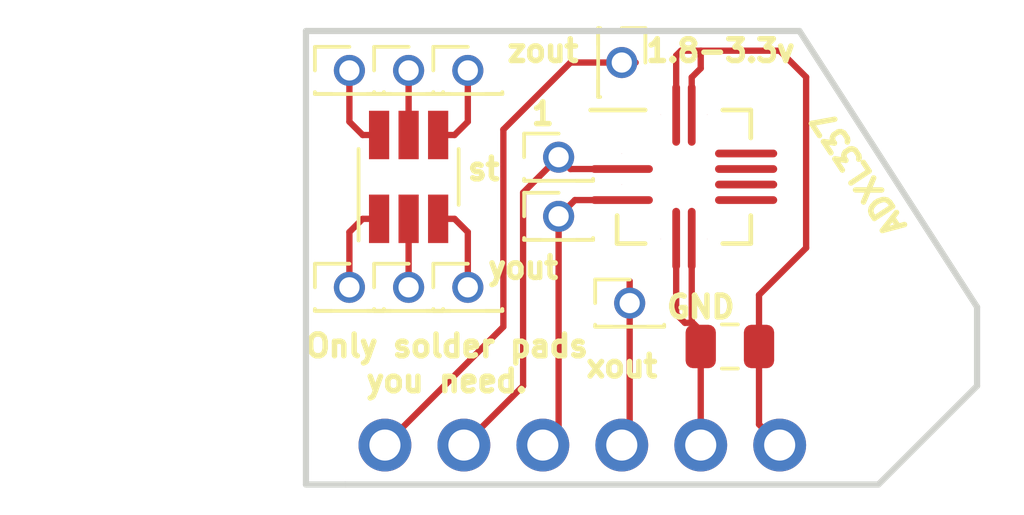
<source format=kicad_pcb>
(kicad_pcb (version 20171130) (host pcbnew 5.0.2+dfsg1-1~bpo9+1)

  (general
    (thickness 1.6002)
    (drawings 16)
    (tracks 52)
    (zones 0)
    (modules 21)
    (nets 1)
  )

  (page User 150.012 200)
  (title_block
    (title High-density-proto-board)
    (date "12 Jun 2014")
    (rev 0.10.a)
    (company "2014 - blog.spitzenpfeil.org")
  )

  (layers
    (0 Front signal)
    (31 Back signal)
    (36 B.SilkS user)
    (37 F.SilkS user)
    (38 B.Mask user)
    (39 F.Mask user)
    (44 Edge.Cuts user)
  )

  (setup
    (last_trace_width 0.4064)
    (user_trace_width 0.2032)
    (user_trace_width 0.3048)
    (user_trace_width 0.4064)
    (user_trace_width 0.508)
    (user_trace_width 0.762)
    (user_trace_width 1.016)
    (user_trace_width 1.27)
    (trace_clearance 0.2032)
    (zone_clearance 0.25)
    (zone_45_only no)
    (trace_min 0.2032)
    (segment_width 0.2)
    (edge_width 0.2)
    (via_size 0.635)
    (via_drill 0.3302)
    (via_min_size 0.635)
    (via_min_drill 0.3302)
    (uvia_size 0.508)
    (uvia_drill 0.127)
    (uvias_allowed no)
    (uvia_min_size 0.508)
    (uvia_min_drill 0.127)
    (pcb_text_width 0.2)
    (pcb_text_size 1 1)
    (mod_edge_width 0.2)
    (mod_text_size 1 1)
    (mod_text_width 0.2)
    (pad_size 0.01 0.01)
    (pad_drill 0)
    (pad_to_mask_clearance 0)
    (solder_mask_min_width 0.25)
    (aux_axis_origin 0 0)
    (visible_elements 7FFFFF7F)
    (pcbplotparams
      (layerselection 0x010f0_ffffffff)
      (usegerberextensions true)
      (usegerberattributes false)
      (usegerberadvancedattributes false)
      (creategerberjobfile false)
      (excludeedgelayer true)
      (linewidth 0.150000)
      (plotframeref false)
      (viasonmask false)
      (mode 1)
      (useauxorigin false)
      (hpglpennumber 1)
      (hpglpenspeed 20)
      (hpglpendiameter 15.000000)
      (psnegative false)
      (psa4output false)
      (plotreference true)
      (plotvalue true)
      (plotinvisibletext false)
      (padsonsilk false)
      (subtractmaskfromsilk true)
      (outputformat 1)
      (mirror false)
      (drillshape 0)
      (scaleselection 1)
      (outputdirectory "gerbers_rev1/"))
  )

  (net 0 "")

  (net_class Default "This is the default net class."
    (clearance 0.2032)
    (trace_width 0.4064)
    (via_dia 0.635)
    (via_drill 0.3302)
    (uvia_dia 0.508)
    (uvia_drill 0.127)
  )

  (module footprints:PinHeader_1x01_EDIT (layer Front) (tedit 5E955CE5) (tstamp 5E9573FA)
    (at 33.02 69.215)
    (descr "Through hole straight pin header, 1x01, 2.54mm pitch, single row")
    (tags "Through hole pin header THT 1x01 2.54mm single row")
    (fp_text reference REF** (at 0 -2.33) (layer F.SilkS) hide
      (effects (font (size 1 1) (thickness 0.15)))
    )
    (fp_text value PinHeader_1x01_P2.54mm_Vertical (at 0 2.33) (layer F.Fab)
      (effects (font (size 1 1) (thickness 0.15)))
    )
    (fp_line (start -0.635 -1.27) (end 1.27 -1.27) (layer F.Fab) (width 0.1))
    (fp_line (start 1.27 -1.27) (end 1.27 1.27) (layer F.Fab) (width 0.1))
    (fp_line (start -1.27 1.27) (end -1.27 -0.635) (layer F.Fab) (width 0.1))
    (fp_line (start -1.27 -0.635) (end -0.635 -1.27) (layer F.Fab) (width 0.1))
    (fp_line (start -1.8 -1.8) (end -1.8 1.8) (layer F.CrtYd) (width 0.05))
    (fp_line (start -1.8 1.8) (end 1.8 1.8) (layer F.CrtYd) (width 0.05))
    (fp_line (start 1.8 1.8) (end 1.8 -1.8) (layer F.CrtYd) (width 0.05))
    (fp_line (start 1.8 -1.8) (end -1.8 -1.8) (layer F.CrtYd) (width 0.05))
    (fp_text user %R (at 0 0 90) (layer F.Fab)
      (effects (font (size 1 1) (thickness 0.15)))
    )
    (pad 1 thru_hole oval (at 0 0) (size 1.7 1.7) (drill 1) (layers *.Cu *.Mask))
    (model ${KISYS3DMOD}/Connector_PinHeader_2.54mm.3dshapes/PinHeader_1x01_P2.54mm_Vertical.wrl
      (at (xyz 0 0 0))
      (scale (xyz 1 1 1))
      (rotate (xyz 0 0 0))
    )
  )

  (module footprints:PinHeader_1x01_EDIT (layer Front) (tedit 5E955CE5) (tstamp 5E9573E0)
    (at 35.56 69.215)
    (descr "Through hole straight pin header, 1x01, 2.54mm pitch, single row")
    (tags "Through hole pin header THT 1x01 2.54mm single row")
    (fp_text reference REF** (at 0 -2.33) (layer F.SilkS) hide
      (effects (font (size 1 1) (thickness 0.15)))
    )
    (fp_text value PinHeader_1x01_P2.54mm_Vertical (at 0 2.33) (layer F.Fab)
      (effects (font (size 1 1) (thickness 0.15)))
    )
    (fp_text user %R (at 0 0 90) (layer F.Fab)
      (effects (font (size 1 1) (thickness 0.15)))
    )
    (fp_line (start 1.8 -1.8) (end -1.8 -1.8) (layer F.CrtYd) (width 0.05))
    (fp_line (start 1.8 1.8) (end 1.8 -1.8) (layer F.CrtYd) (width 0.05))
    (fp_line (start -1.8 1.8) (end 1.8 1.8) (layer F.CrtYd) (width 0.05))
    (fp_line (start -1.8 -1.8) (end -1.8 1.8) (layer F.CrtYd) (width 0.05))
    (fp_line (start -1.27 -0.635) (end -0.635 -1.27) (layer F.Fab) (width 0.1))
    (fp_line (start -1.27 1.27) (end -1.27 -0.635) (layer F.Fab) (width 0.1))
    (fp_line (start 1.27 -1.27) (end 1.27 1.27) (layer F.Fab) (width 0.1))
    (fp_line (start -0.635 -1.27) (end 1.27 -1.27) (layer F.Fab) (width 0.1))
    (pad 1 thru_hole oval (at 0 0) (size 1.7 1.7) (drill 1) (layers *.Cu *.Mask))
    (model ${KISYS3DMOD}/Connector_PinHeader_2.54mm.3dshapes/PinHeader_1x01_P2.54mm_Vertical.wrl
      (at (xyz 0 0 0))
      (scale (xyz 1 1 1))
      (rotate (xyz 0 0 0))
    )
  )

  (module footprints:PinHeader_1x01_EDIT (layer Front) (tedit 5E955CE5) (tstamp 5E9572D4)
    (at 45.72 69.215)
    (descr "Through hole straight pin header, 1x01, 2.54mm pitch, single row")
    (tags "Through hole pin header THT 1x01 2.54mm single row")
    (fp_text reference REF** (at 0 -2.33) (layer F.SilkS) hide
      (effects (font (size 1 1) (thickness 0.15)))
    )
    (fp_text value PinHeader_1x01_P2.54mm_Vertical (at 0 2.33) (layer F.Fab)
      (effects (font (size 1 1) (thickness 0.15)))
    )
    (fp_line (start -0.635 -1.27) (end 1.27 -1.27) (layer F.Fab) (width 0.1))
    (fp_line (start 1.27 -1.27) (end 1.27 1.27) (layer F.Fab) (width 0.1))
    (fp_line (start -1.27 1.27) (end -1.27 -0.635) (layer F.Fab) (width 0.1))
    (fp_line (start -1.27 -0.635) (end -0.635 -1.27) (layer F.Fab) (width 0.1))
    (fp_line (start -1.8 -1.8) (end -1.8 1.8) (layer F.CrtYd) (width 0.05))
    (fp_line (start -1.8 1.8) (end 1.8 1.8) (layer F.CrtYd) (width 0.05))
    (fp_line (start 1.8 1.8) (end 1.8 -1.8) (layer F.CrtYd) (width 0.05))
    (fp_line (start 1.8 -1.8) (end -1.8 -1.8) (layer F.CrtYd) (width 0.05))
    (fp_text user %R (at 0 0 90) (layer F.Fab)
      (effects (font (size 1 1) (thickness 0.15)))
    )
    (pad 1 thru_hole oval (at 0 0) (size 1.7 1.7) (drill 1) (layers *.Cu *.Mask))
    (model ${KISYS3DMOD}/Connector_PinHeader_2.54mm.3dshapes/PinHeader_1x01_P2.54mm_Vertical.wrl
      (at (xyz 0 0 0))
      (scale (xyz 1 1 1))
      (rotate (xyz 0 0 0))
    )
  )

  (module footprints:PinHeader_1x01_EDIT (layer Front) (tedit 5E955CE5) (tstamp 5E9572BA)
    (at 43.18 69.215)
    (descr "Through hole straight pin header, 1x01, 2.54mm pitch, single row")
    (tags "Through hole pin header THT 1x01 2.54mm single row")
    (fp_text reference REF** (at 0 -2.33) (layer F.SilkS) hide
      (effects (font (size 1 1) (thickness 0.15)))
    )
    (fp_text value PinHeader_1x01_P2.54mm_Vertical (at 0 2.33) (layer F.Fab)
      (effects (font (size 1 1) (thickness 0.15)))
    )
    (fp_text user %R (at 0 0 90) (layer F.Fab)
      (effects (font (size 1 1) (thickness 0.15)))
    )
    (fp_line (start 1.8 -1.8) (end -1.8 -1.8) (layer F.CrtYd) (width 0.05))
    (fp_line (start 1.8 1.8) (end 1.8 -1.8) (layer F.CrtYd) (width 0.05))
    (fp_line (start -1.8 1.8) (end 1.8 1.8) (layer F.CrtYd) (width 0.05))
    (fp_line (start -1.8 -1.8) (end -1.8 1.8) (layer F.CrtYd) (width 0.05))
    (fp_line (start -1.27 -0.635) (end -0.635 -1.27) (layer F.Fab) (width 0.1))
    (fp_line (start -1.27 1.27) (end -1.27 -0.635) (layer F.Fab) (width 0.1))
    (fp_line (start 1.27 -1.27) (end 1.27 1.27) (layer F.Fab) (width 0.1))
    (fp_line (start -0.635 -1.27) (end 1.27 -1.27) (layer F.Fab) (width 0.1))
    (pad 1 thru_hole oval (at 0 0) (size 1.7 1.7) (drill 1) (layers *.Cu *.Mask))
    (model ${KISYS3DMOD}/Connector_PinHeader_2.54mm.3dshapes/PinHeader_1x01_P2.54mm_Vertical.wrl
      (at (xyz 0 0 0))
      (scale (xyz 1 1 1))
      (rotate (xyz 0 0 0))
    )
  )

  (module footprints:PinHeader_1x01_EDIT (layer Front) (tedit 5E955CE5) (tstamp 5E9572A0)
    (at 40.64 69.215)
    (descr "Through hole straight pin header, 1x01, 2.54mm pitch, single row")
    (tags "Through hole pin header THT 1x01 2.54mm single row")
    (fp_text reference REF** (at 0 -2.33) (layer F.SilkS) hide
      (effects (font (size 1 1) (thickness 0.15)))
    )
    (fp_text value PinHeader_1x01_P2.54mm_Vertical (at 0 2.33) (layer F.Fab)
      (effects (font (size 1 1) (thickness 0.15)))
    )
    (fp_line (start -0.635 -1.27) (end 1.27 -1.27) (layer F.Fab) (width 0.1))
    (fp_line (start 1.27 -1.27) (end 1.27 1.27) (layer F.Fab) (width 0.1))
    (fp_line (start -1.27 1.27) (end -1.27 -0.635) (layer F.Fab) (width 0.1))
    (fp_line (start -1.27 -0.635) (end -0.635 -1.27) (layer F.Fab) (width 0.1))
    (fp_line (start -1.8 -1.8) (end -1.8 1.8) (layer F.CrtYd) (width 0.05))
    (fp_line (start -1.8 1.8) (end 1.8 1.8) (layer F.CrtYd) (width 0.05))
    (fp_line (start 1.8 1.8) (end 1.8 -1.8) (layer F.CrtYd) (width 0.05))
    (fp_line (start 1.8 -1.8) (end -1.8 -1.8) (layer F.CrtYd) (width 0.05))
    (fp_text user %R (at 0 0 90) (layer F.Fab)
      (effects (font (size 1 1) (thickness 0.15)))
    )
    (pad 1 thru_hole oval (at 0 0) (size 1.7 1.7) (drill 1) (layers *.Cu *.Mask))
    (model ${KISYS3DMOD}/Connector_PinHeader_2.54mm.3dshapes/PinHeader_1x01_P2.54mm_Vertical.wrl
      (at (xyz 0 0 0))
      (scale (xyz 1 1 1))
      (rotate (xyz 0 0 0))
    )
  )

  (module Connector_PinHeader_1.27mm:PinHeader_1x01_P1.27mm_Vertical (layer Front) (tedit 5E804215) (tstamp 5E977E5E)
    (at 38.608 59.944)
    (descr "Through hole straight pin header, 1x01, 1.27mm pitch, single row")
    (tags "Through hole pin header THT 1x01 1.27mm single row")
    (fp_text reference REF** (at 0 -1.695) (layer F.SilkS) hide
      (effects (font (size 1 1) (thickness 0.15)))
    )
    (fp_text value PinHeader_1x01_P1.27mm_Vertical (at 0 1.695) (layer F.Fab)
      (effects (font (size 1 1) (thickness 0.15)))
    )
    (fp_line (start -0.525 -0.635) (end 1.05 -0.635) (layer F.Fab) (width 0.1))
    (fp_line (start 1.05 -0.635) (end 1.05 0.635) (layer F.Fab) (width 0.1))
    (fp_line (start 1.05 0.635) (end -1.05 0.635) (layer F.Fab) (width 0.1))
    (fp_line (start -1.05 0.635) (end -1.05 -0.11) (layer F.Fab) (width 0.1))
    (fp_line (start -1.05 -0.11) (end -0.525 -0.635) (layer F.Fab) (width 0.1))
    (fp_line (start -1.11 0.76) (end 1.11 0.76) (layer F.SilkS) (width 0.12))
    (fp_line (start -1.11 0.76) (end -1.11 0.695) (layer F.SilkS) (width 0.12))
    (fp_line (start 1.11 0.76) (end 1.11 0.695) (layer F.SilkS) (width 0.12))
    (fp_line (start -1.11 0.76) (end -0.563471 0.76) (layer F.SilkS) (width 0.12))
    (fp_line (start 0.563471 0.76) (end 1.11 0.76) (layer F.SilkS) (width 0.12))
    (fp_line (start -1.11 0) (end -1.11 -0.76) (layer F.SilkS) (width 0.12))
    (fp_line (start -1.11 -0.76) (end 0 -0.76) (layer F.SilkS) (width 0.12))
    (fp_line (start -1.55 -1.15) (end -1.55 1.15) (layer F.CrtYd) (width 0.05))
    (fp_line (start -1.55 1.15) (end 1.55 1.15) (layer F.CrtYd) (width 0.05))
    (fp_line (start 1.55 1.15) (end 1.55 -1.15) (layer F.CrtYd) (width 0.05))
    (fp_line (start 1.55 -1.15) (end -1.55 -1.15) (layer F.CrtYd) (width 0.05))
    (fp_text user %R (at 0 0 90) (layer F.Fab)
      (effects (font (size 1 1) (thickness 0.15)))
    )
    (pad 1 thru_hole oval (at 0 0) (size 1 1) (drill 0.65) (layers *.Cu *.Mask))
    (model ${KISYS3DMOD}/Connector_PinHeader_1.27mm.3dshapes/PinHeader_1x01_P1.27mm_Vertical.wrl
      (at (xyz 0 0 0))
      (scale (xyz 1 1 1))
      (rotate (xyz 0 0 0))
    )
  )

  (module Connector_PinHeader_1.27mm:PinHeader_1x01_P1.27mm_Vertical (layer Front) (tedit 5E804215) (tstamp 5E977E2E)
    (at 40.64 56.896 270)
    (descr "Through hole straight pin header, 1x01, 1.27mm pitch, single row")
    (tags "Through hole pin header THT 1x01 1.27mm single row")
    (fp_text reference REF** (at 0 -1.695 270) (layer F.SilkS) hide
      (effects (font (size 1 1) (thickness 0.15)))
    )
    (fp_text value PinHeader_1x01_P1.27mm_Vertical (at 0 1.695 270) (layer F.Fab)
      (effects (font (size 1 1) (thickness 0.15)))
    )
    (fp_text user %R (at 0 0) (layer F.Fab)
      (effects (font (size 1 1) (thickness 0.15)))
    )
    (fp_line (start 1.55 -1.15) (end -1.55 -1.15) (layer F.CrtYd) (width 0.05))
    (fp_line (start 1.55 1.15) (end 1.55 -1.15) (layer F.CrtYd) (width 0.05))
    (fp_line (start -1.55 1.15) (end 1.55 1.15) (layer F.CrtYd) (width 0.05))
    (fp_line (start -1.55 -1.15) (end -1.55 1.15) (layer F.CrtYd) (width 0.05))
    (fp_line (start -1.11 -0.76) (end 0 -0.76) (layer F.SilkS) (width 0.12))
    (fp_line (start -1.11 0) (end -1.11 -0.76) (layer F.SilkS) (width 0.12))
    (fp_line (start 0.563471 0.76) (end 1.11 0.76) (layer F.SilkS) (width 0.12))
    (fp_line (start -1.11 0.76) (end -0.563471 0.76) (layer F.SilkS) (width 0.12))
    (fp_line (start 1.11 0.76) (end 1.11 0.695) (layer F.SilkS) (width 0.12))
    (fp_line (start -1.11 0.76) (end -1.11 0.695) (layer F.SilkS) (width 0.12))
    (fp_line (start -1.11 0.76) (end 1.11 0.76) (layer F.SilkS) (width 0.12))
    (fp_line (start -1.05 -0.11) (end -0.525 -0.635) (layer F.Fab) (width 0.1))
    (fp_line (start -1.05 0.635) (end -1.05 -0.11) (layer F.Fab) (width 0.1))
    (fp_line (start 1.05 0.635) (end -1.05 0.635) (layer F.Fab) (width 0.1))
    (fp_line (start 1.05 -0.635) (end 1.05 0.635) (layer F.Fab) (width 0.1))
    (fp_line (start -0.525 -0.635) (end 1.05 -0.635) (layer F.Fab) (width 0.1))
    (pad 1 thru_hole oval (at 0 0 270) (size 1 1) (drill 0.65) (layers *.Cu *.Mask))
    (model ${KISYS3DMOD}/Connector_PinHeader_1.27mm.3dshapes/PinHeader_1x01_P1.27mm_Vertical.wrl
      (at (xyz 0 0 0))
      (scale (xyz 1 1 1))
      (rotate (xyz 0 0 0))
    )
  )

  (module Connector_PinHeader_1.27mm:PinHeader_1x01_P1.27mm_Vertical (layer Front) (tedit 5E804215) (tstamp 5E977E04)
    (at 40.894 64.643)
    (descr "Through hole straight pin header, 1x01, 1.27mm pitch, single row")
    (tags "Through hole pin header THT 1x01 1.27mm single row")
    (fp_text reference REF** (at 0 -1.695) (layer F.SilkS) hide
      (effects (font (size 1 1) (thickness 0.15)))
    )
    (fp_text value PinHeader_1x01_P1.27mm_Vertical (at 0 1.695) (layer F.Fab)
      (effects (font (size 1 1) (thickness 0.15)))
    )
    (fp_line (start -0.525 -0.635) (end 1.05 -0.635) (layer F.Fab) (width 0.1))
    (fp_line (start 1.05 -0.635) (end 1.05 0.635) (layer F.Fab) (width 0.1))
    (fp_line (start 1.05 0.635) (end -1.05 0.635) (layer F.Fab) (width 0.1))
    (fp_line (start -1.05 0.635) (end -1.05 -0.11) (layer F.Fab) (width 0.1))
    (fp_line (start -1.05 -0.11) (end -0.525 -0.635) (layer F.Fab) (width 0.1))
    (fp_line (start -1.11 0.76) (end 1.11 0.76) (layer F.SilkS) (width 0.12))
    (fp_line (start -1.11 0.76) (end -1.11 0.695) (layer F.SilkS) (width 0.12))
    (fp_line (start 1.11 0.76) (end 1.11 0.695) (layer F.SilkS) (width 0.12))
    (fp_line (start -1.11 0.76) (end -0.563471 0.76) (layer F.SilkS) (width 0.12))
    (fp_line (start 0.563471 0.76) (end 1.11 0.76) (layer F.SilkS) (width 0.12))
    (fp_line (start -1.11 0) (end -1.11 -0.76) (layer F.SilkS) (width 0.12))
    (fp_line (start -1.11 -0.76) (end 0 -0.76) (layer F.SilkS) (width 0.12))
    (fp_line (start -1.55 -1.15) (end -1.55 1.15) (layer F.CrtYd) (width 0.05))
    (fp_line (start -1.55 1.15) (end 1.55 1.15) (layer F.CrtYd) (width 0.05))
    (fp_line (start 1.55 1.15) (end 1.55 -1.15) (layer F.CrtYd) (width 0.05))
    (fp_line (start 1.55 -1.15) (end -1.55 -1.15) (layer F.CrtYd) (width 0.05))
    (fp_text user %R (at 0 0 90) (layer F.Fab)
      (effects (font (size 1 1) (thickness 0.15)))
    )
    (pad 1 thru_hole oval (at 0 0) (size 1 1) (drill 0.65) (layers *.Cu *.Mask))
    (model ${KISYS3DMOD}/Connector_PinHeader_1.27mm.3dshapes/PinHeader_1x01_P1.27mm_Vertical.wrl
      (at (xyz 0 0 0))
      (scale (xyz 1 1 1))
      (rotate (xyz 0 0 0))
    )
  )

  (module Connector_PinHeader_1.27mm:PinHeader_1x01_P1.27mm_Vertical (layer Front) (tedit 5E804215) (tstamp 5E977DD9)
    (at 38.608 61.849)
    (descr "Through hole straight pin header, 1x01, 1.27mm pitch, single row")
    (tags "Through hole pin header THT 1x01 1.27mm single row")
    (fp_text reference REF** (at 0 -1.695) (layer F.SilkS) hide
      (effects (font (size 1 1) (thickness 0.15)))
    )
    (fp_text value PinHeader_1x01_P1.27mm_Vertical (at 0 1.695) (layer F.Fab)
      (effects (font (size 1 1) (thickness 0.15)))
    )
    (fp_line (start -0.525 -0.635) (end 1.05 -0.635) (layer F.Fab) (width 0.1))
    (fp_line (start 1.05 -0.635) (end 1.05 0.635) (layer F.Fab) (width 0.1))
    (fp_line (start 1.05 0.635) (end -1.05 0.635) (layer F.Fab) (width 0.1))
    (fp_line (start -1.05 0.635) (end -1.05 -0.11) (layer F.Fab) (width 0.1))
    (fp_line (start -1.05 -0.11) (end -0.525 -0.635) (layer F.Fab) (width 0.1))
    (fp_line (start -1.11 0.76) (end 1.11 0.76) (layer F.SilkS) (width 0.12))
    (fp_line (start -1.11 0.76) (end -1.11 0.695) (layer F.SilkS) (width 0.12))
    (fp_line (start 1.11 0.76) (end 1.11 0.695) (layer F.SilkS) (width 0.12))
    (fp_line (start -1.11 0.76) (end -0.563471 0.76) (layer F.SilkS) (width 0.12))
    (fp_line (start 0.563471 0.76) (end 1.11 0.76) (layer F.SilkS) (width 0.12))
    (fp_line (start -1.11 0) (end -1.11 -0.76) (layer F.SilkS) (width 0.12))
    (fp_line (start -1.11 -0.76) (end 0 -0.76) (layer F.SilkS) (width 0.12))
    (fp_line (start -1.55 -1.15) (end -1.55 1.15) (layer F.CrtYd) (width 0.05))
    (fp_line (start -1.55 1.15) (end 1.55 1.15) (layer F.CrtYd) (width 0.05))
    (fp_line (start 1.55 1.15) (end 1.55 -1.15) (layer F.CrtYd) (width 0.05))
    (fp_line (start 1.55 -1.15) (end -1.55 -1.15) (layer F.CrtYd) (width 0.05))
    (fp_text user %R (at 0 0 90) (layer F.Fab)
      (effects (font (size 1 1) (thickness 0.15)))
    )
    (pad 1 thru_hole oval (at 0 0) (size 1 1) (drill 0.65) (layers *.Cu *.Mask))
    (model ${KISYS3DMOD}/Connector_PinHeader_1.27mm.3dshapes/PinHeader_1x01_P1.27mm_Vertical.wrl
      (at (xyz 0 0 0))
      (scale (xyz 1 1 1))
      (rotate (xyz 0 0 0))
    )
  )

  (module Connector_PinHeader_1.27mm:PinHeader_1x01_P1.27mm_Vertical (layer Front) (tedit 5E804215) (tstamp 5E958158)
    (at 35.687 57.15)
    (descr "Through hole straight pin header, 1x01, 1.27mm pitch, single row")
    (tags "Through hole pin header THT 1x01 1.27mm single row")
    (fp_text reference REF** (at 0 -1.695) (layer F.SilkS) hide
      (effects (font (size 1 1) (thickness 0.15)))
    )
    (fp_text value PinHeader_1x01_P1.27mm_Vertical (at 0 1.695) (layer F.Fab)
      (effects (font (size 1 1) (thickness 0.15)))
    )
    (fp_text user %R (at 0 0 90) (layer F.Fab)
      (effects (font (size 1 1) (thickness 0.15)))
    )
    (fp_line (start 1.55 -1.15) (end -1.55 -1.15) (layer F.CrtYd) (width 0.05))
    (fp_line (start 1.55 1.15) (end 1.55 -1.15) (layer F.CrtYd) (width 0.05))
    (fp_line (start -1.55 1.15) (end 1.55 1.15) (layer F.CrtYd) (width 0.05))
    (fp_line (start -1.55 -1.15) (end -1.55 1.15) (layer F.CrtYd) (width 0.05))
    (fp_line (start -1.11 -0.76) (end 0 -0.76) (layer F.SilkS) (width 0.12))
    (fp_line (start -1.11 0) (end -1.11 -0.76) (layer F.SilkS) (width 0.12))
    (fp_line (start 0.563471 0.76) (end 1.11 0.76) (layer F.SilkS) (width 0.12))
    (fp_line (start -1.11 0.76) (end -0.563471 0.76) (layer F.SilkS) (width 0.12))
    (fp_line (start 1.11 0.76) (end 1.11 0.695) (layer F.SilkS) (width 0.12))
    (fp_line (start -1.11 0.76) (end -1.11 0.695) (layer F.SilkS) (width 0.12))
    (fp_line (start -1.11 0.76) (end 1.11 0.76) (layer F.SilkS) (width 0.12))
    (fp_line (start -1.05 -0.11) (end -0.525 -0.635) (layer F.Fab) (width 0.1))
    (fp_line (start -1.05 0.635) (end -1.05 -0.11) (layer F.Fab) (width 0.1))
    (fp_line (start 1.05 0.635) (end -1.05 0.635) (layer F.Fab) (width 0.1))
    (fp_line (start 1.05 -0.635) (end 1.05 0.635) (layer F.Fab) (width 0.1))
    (fp_line (start -0.525 -0.635) (end 1.05 -0.635) (layer F.Fab) (width 0.1))
    (pad 1 thru_hole oval (at 0 0) (size 1 1) (drill 0.65) (layers *.Cu *.Mask))
    (model ${KISYS3DMOD}/Connector_PinHeader_1.27mm.3dshapes/PinHeader_1x01_P1.27mm_Vertical.wrl
      (at (xyz 0 0 0))
      (scale (xyz 1 1 1))
      (rotate (xyz 0 0 0))
    )
  )

  (module Connector_PinHeader_1.27mm:PinHeader_1x01_P1.27mm_Vertical (layer Front) (tedit 5E804215) (tstamp 5E95812E)
    (at 33.782 57.15)
    (descr "Through hole straight pin header, 1x01, 1.27mm pitch, single row")
    (tags "Through hole pin header THT 1x01 1.27mm single row")
    (fp_text reference REF** (at 0 -1.695) (layer F.SilkS) hide
      (effects (font (size 1 1) (thickness 0.15)))
    )
    (fp_text value PinHeader_1x01_P1.27mm_Vertical (at 0 1.695) (layer F.Fab)
      (effects (font (size 1 1) (thickness 0.15)))
    )
    (fp_line (start -0.525 -0.635) (end 1.05 -0.635) (layer F.Fab) (width 0.1))
    (fp_line (start 1.05 -0.635) (end 1.05 0.635) (layer F.Fab) (width 0.1))
    (fp_line (start 1.05 0.635) (end -1.05 0.635) (layer F.Fab) (width 0.1))
    (fp_line (start -1.05 0.635) (end -1.05 -0.11) (layer F.Fab) (width 0.1))
    (fp_line (start -1.05 -0.11) (end -0.525 -0.635) (layer F.Fab) (width 0.1))
    (fp_line (start -1.11 0.76) (end 1.11 0.76) (layer F.SilkS) (width 0.12))
    (fp_line (start -1.11 0.76) (end -1.11 0.695) (layer F.SilkS) (width 0.12))
    (fp_line (start 1.11 0.76) (end 1.11 0.695) (layer F.SilkS) (width 0.12))
    (fp_line (start -1.11 0.76) (end -0.563471 0.76) (layer F.SilkS) (width 0.12))
    (fp_line (start 0.563471 0.76) (end 1.11 0.76) (layer F.SilkS) (width 0.12))
    (fp_line (start -1.11 0) (end -1.11 -0.76) (layer F.SilkS) (width 0.12))
    (fp_line (start -1.11 -0.76) (end 0 -0.76) (layer F.SilkS) (width 0.12))
    (fp_line (start -1.55 -1.15) (end -1.55 1.15) (layer F.CrtYd) (width 0.05))
    (fp_line (start -1.55 1.15) (end 1.55 1.15) (layer F.CrtYd) (width 0.05))
    (fp_line (start 1.55 1.15) (end 1.55 -1.15) (layer F.CrtYd) (width 0.05))
    (fp_line (start 1.55 -1.15) (end -1.55 -1.15) (layer F.CrtYd) (width 0.05))
    (fp_text user %R (at 0 0 90) (layer F.Fab)
      (effects (font (size 1 1) (thickness 0.15)))
    )
    (pad 1 thru_hole oval (at 0 0) (size 1 1) (drill 0.65) (layers *.Cu *.Mask))
    (model ${KISYS3DMOD}/Connector_PinHeader_1.27mm.3dshapes/PinHeader_1x01_P1.27mm_Vertical.wrl
      (at (xyz 0 0 0))
      (scale (xyz 1 1 1))
      (rotate (xyz 0 0 0))
    )
  )

  (module Connector_PinHeader_1.27mm:PinHeader_1x01_P1.27mm_Vertical (layer Front) (tedit 5E804215) (tstamp 5E958104)
    (at 31.877 57.15)
    (descr "Through hole straight pin header, 1x01, 1.27mm pitch, single row")
    (tags "Through hole pin header THT 1x01 1.27mm single row")
    (fp_text reference REF** (at 0 -1.695) (layer F.SilkS) hide
      (effects (font (size 1 1) (thickness 0.15)))
    )
    (fp_text value PinHeader_1x01_P1.27mm_Vertical (at 0 1.695) (layer F.Fab)
      (effects (font (size 1 1) (thickness 0.15)))
    )
    (fp_text user %R (at 0 0 90) (layer F.Fab)
      (effects (font (size 1 1) (thickness 0.15)))
    )
    (fp_line (start 1.55 -1.15) (end -1.55 -1.15) (layer F.CrtYd) (width 0.05))
    (fp_line (start 1.55 1.15) (end 1.55 -1.15) (layer F.CrtYd) (width 0.05))
    (fp_line (start -1.55 1.15) (end 1.55 1.15) (layer F.CrtYd) (width 0.05))
    (fp_line (start -1.55 -1.15) (end -1.55 1.15) (layer F.CrtYd) (width 0.05))
    (fp_line (start -1.11 -0.76) (end 0 -0.76) (layer F.SilkS) (width 0.12))
    (fp_line (start -1.11 0) (end -1.11 -0.76) (layer F.SilkS) (width 0.12))
    (fp_line (start 0.563471 0.76) (end 1.11 0.76) (layer F.SilkS) (width 0.12))
    (fp_line (start -1.11 0.76) (end -0.563471 0.76) (layer F.SilkS) (width 0.12))
    (fp_line (start 1.11 0.76) (end 1.11 0.695) (layer F.SilkS) (width 0.12))
    (fp_line (start -1.11 0.76) (end -1.11 0.695) (layer F.SilkS) (width 0.12))
    (fp_line (start -1.11 0.76) (end 1.11 0.76) (layer F.SilkS) (width 0.12))
    (fp_line (start -1.05 -0.11) (end -0.525 -0.635) (layer F.Fab) (width 0.1))
    (fp_line (start -1.05 0.635) (end -1.05 -0.11) (layer F.Fab) (width 0.1))
    (fp_line (start 1.05 0.635) (end -1.05 0.635) (layer F.Fab) (width 0.1))
    (fp_line (start 1.05 -0.635) (end 1.05 0.635) (layer F.Fab) (width 0.1))
    (fp_line (start -0.525 -0.635) (end 1.05 -0.635) (layer F.Fab) (width 0.1))
    (pad 1 thru_hole oval (at 0 0) (size 1 1) (drill 0.65) (layers *.Cu *.Mask))
    (model ${KISYS3DMOD}/Connector_PinHeader_1.27mm.3dshapes/PinHeader_1x01_P1.27mm_Vertical.wrl
      (at (xyz 0 0 0))
      (scale (xyz 1 1 1))
      (rotate (xyz 0 0 0))
    )
  )

  (module Connector_PinHeader_1.27mm:PinHeader_1x01_P1.27mm_Vertical (layer Front) (tedit 5E804215) (tstamp 5E9580D9)
    (at 35.687 64.135)
    (descr "Through hole straight pin header, 1x01, 1.27mm pitch, single row")
    (tags "Through hole pin header THT 1x01 1.27mm single row")
    (fp_text reference REF** (at 0 -1.695) (layer F.SilkS) hide
      (effects (font (size 1 1) (thickness 0.15)))
    )
    (fp_text value PinHeader_1x01_P1.27mm_Vertical (at 0 1.695) (layer F.Fab)
      (effects (font (size 1 1) (thickness 0.15)))
    )
    (fp_line (start -0.525 -0.635) (end 1.05 -0.635) (layer F.Fab) (width 0.1))
    (fp_line (start 1.05 -0.635) (end 1.05 0.635) (layer F.Fab) (width 0.1))
    (fp_line (start 1.05 0.635) (end -1.05 0.635) (layer F.Fab) (width 0.1))
    (fp_line (start -1.05 0.635) (end -1.05 -0.11) (layer F.Fab) (width 0.1))
    (fp_line (start -1.05 -0.11) (end -0.525 -0.635) (layer F.Fab) (width 0.1))
    (fp_line (start -1.11 0.76) (end 1.11 0.76) (layer F.SilkS) (width 0.12))
    (fp_line (start -1.11 0.76) (end -1.11 0.695) (layer F.SilkS) (width 0.12))
    (fp_line (start 1.11 0.76) (end 1.11 0.695) (layer F.SilkS) (width 0.12))
    (fp_line (start -1.11 0.76) (end -0.563471 0.76) (layer F.SilkS) (width 0.12))
    (fp_line (start 0.563471 0.76) (end 1.11 0.76) (layer F.SilkS) (width 0.12))
    (fp_line (start -1.11 0) (end -1.11 -0.76) (layer F.SilkS) (width 0.12))
    (fp_line (start -1.11 -0.76) (end 0 -0.76) (layer F.SilkS) (width 0.12))
    (fp_line (start -1.55 -1.15) (end -1.55 1.15) (layer F.CrtYd) (width 0.05))
    (fp_line (start -1.55 1.15) (end 1.55 1.15) (layer F.CrtYd) (width 0.05))
    (fp_line (start 1.55 1.15) (end 1.55 -1.15) (layer F.CrtYd) (width 0.05))
    (fp_line (start 1.55 -1.15) (end -1.55 -1.15) (layer F.CrtYd) (width 0.05))
    (fp_text user %R (at 0 0 90) (layer F.Fab)
      (effects (font (size 1 1) (thickness 0.15)))
    )
    (pad 1 thru_hole oval (at 0 0) (size 1 1) (drill 0.65) (layers *.Cu *.Mask))
    (model ${KISYS3DMOD}/Connector_PinHeader_1.27mm.3dshapes/PinHeader_1x01_P1.27mm_Vertical.wrl
      (at (xyz 0 0 0))
      (scale (xyz 1 1 1))
      (rotate (xyz 0 0 0))
    )
  )

  (module Connector_PinHeader_1.27mm:PinHeader_1x01_P1.27mm_Vertical (layer Front) (tedit 5E804215) (tstamp 5E9580AF)
    (at 33.782 64.135)
    (descr "Through hole straight pin header, 1x01, 1.27mm pitch, single row")
    (tags "Through hole pin header THT 1x01 1.27mm single row")
    (fp_text reference REF** (at 0 -1.695) (layer F.SilkS) hide
      (effects (font (size 1 1) (thickness 0.15)))
    )
    (fp_text value PinHeader_1x01_P1.27mm_Vertical (at 0 1.695) (layer F.Fab)
      (effects (font (size 1 1) (thickness 0.15)))
    )
    (fp_text user %R (at 0 0 90) (layer F.Fab)
      (effects (font (size 1 1) (thickness 0.15)))
    )
    (fp_line (start 1.55 -1.15) (end -1.55 -1.15) (layer F.CrtYd) (width 0.05))
    (fp_line (start 1.55 1.15) (end 1.55 -1.15) (layer F.CrtYd) (width 0.05))
    (fp_line (start -1.55 1.15) (end 1.55 1.15) (layer F.CrtYd) (width 0.05))
    (fp_line (start -1.55 -1.15) (end -1.55 1.15) (layer F.CrtYd) (width 0.05))
    (fp_line (start -1.11 -0.76) (end 0 -0.76) (layer F.SilkS) (width 0.12))
    (fp_line (start -1.11 0) (end -1.11 -0.76) (layer F.SilkS) (width 0.12))
    (fp_line (start 0.563471 0.76) (end 1.11 0.76) (layer F.SilkS) (width 0.12))
    (fp_line (start -1.11 0.76) (end -0.563471 0.76) (layer F.SilkS) (width 0.12))
    (fp_line (start 1.11 0.76) (end 1.11 0.695) (layer F.SilkS) (width 0.12))
    (fp_line (start -1.11 0.76) (end -1.11 0.695) (layer F.SilkS) (width 0.12))
    (fp_line (start -1.11 0.76) (end 1.11 0.76) (layer F.SilkS) (width 0.12))
    (fp_line (start -1.05 -0.11) (end -0.525 -0.635) (layer F.Fab) (width 0.1))
    (fp_line (start -1.05 0.635) (end -1.05 -0.11) (layer F.Fab) (width 0.1))
    (fp_line (start 1.05 0.635) (end -1.05 0.635) (layer F.Fab) (width 0.1))
    (fp_line (start 1.05 -0.635) (end 1.05 0.635) (layer F.Fab) (width 0.1))
    (fp_line (start -0.525 -0.635) (end 1.05 -0.635) (layer F.Fab) (width 0.1))
    (pad 1 thru_hole oval (at 0 0) (size 1 1) (drill 0.65) (layers *.Cu *.Mask))
    (model ${KISYS3DMOD}/Connector_PinHeader_1.27mm.3dshapes/PinHeader_1x01_P1.27mm_Vertical.wrl
      (at (xyz 0 0 0))
      (scale (xyz 1 1 1))
      (rotate (xyz 0 0 0))
    )
  )

  (module Connector_PinHeader_1.27mm:PinHeader_1x01_P1.27mm_Vertical (layer Front) (tedit 5E804215) (tstamp 5E958082)
    (at 31.877 64.135)
    (descr "Through hole straight pin header, 1x01, 1.27mm pitch, single row")
    (tags "Through hole pin header THT 1x01 1.27mm single row")
    (fp_text reference REF** (at 0 -1.695) (layer F.SilkS) hide
      (effects (font (size 1 1) (thickness 0.15)))
    )
    (fp_text value PinHeader_1x01_P1.27mm_Vertical (at 0 1.695) (layer F.Fab)
      (effects (font (size 1 1) (thickness 0.15)))
    )
    (fp_line (start -0.525 -0.635) (end 1.05 -0.635) (layer F.Fab) (width 0.1))
    (fp_line (start 1.05 -0.635) (end 1.05 0.635) (layer F.Fab) (width 0.1))
    (fp_line (start 1.05 0.635) (end -1.05 0.635) (layer F.Fab) (width 0.1))
    (fp_line (start -1.05 0.635) (end -1.05 -0.11) (layer F.Fab) (width 0.1))
    (fp_line (start -1.05 -0.11) (end -0.525 -0.635) (layer F.Fab) (width 0.1))
    (fp_line (start -1.11 0.76) (end 1.11 0.76) (layer F.SilkS) (width 0.12))
    (fp_line (start -1.11 0.76) (end -1.11 0.695) (layer F.SilkS) (width 0.12))
    (fp_line (start 1.11 0.76) (end 1.11 0.695) (layer F.SilkS) (width 0.12))
    (fp_line (start -1.11 0.76) (end -0.563471 0.76) (layer F.SilkS) (width 0.12))
    (fp_line (start 0.563471 0.76) (end 1.11 0.76) (layer F.SilkS) (width 0.12))
    (fp_line (start -1.11 0) (end -1.11 -0.76) (layer F.SilkS) (width 0.12))
    (fp_line (start -1.11 -0.76) (end 0 -0.76) (layer F.SilkS) (width 0.12))
    (fp_line (start -1.55 -1.15) (end -1.55 1.15) (layer F.CrtYd) (width 0.05))
    (fp_line (start -1.55 1.15) (end 1.55 1.15) (layer F.CrtYd) (width 0.05))
    (fp_line (start 1.55 1.15) (end 1.55 -1.15) (layer F.CrtYd) (width 0.05))
    (fp_line (start 1.55 -1.15) (end -1.55 -1.15) (layer F.CrtYd) (width 0.05))
    (fp_text user %R (at 0 0 90) (layer F.Fab)
      (effects (font (size 1 1) (thickness 0.15)))
    )
    (pad 1 thru_hole oval (at 0 0) (size 1 1) (drill 0.65) (layers *.Cu *.Mask))
    (model ${KISYS3DMOD}/Connector_PinHeader_1.27mm.3dshapes/PinHeader_1x01_P1.27mm_Vertical.wrl
      (at (xyz 0 0 0))
      (scale (xyz 1 1 1))
      (rotate (xyz 0 0 0))
    )
  )

  (module MountingHole:MountingHole_4.3mm_M4 (layer Front) (tedit 5E6DC4FF) (tstamp 5E79B29C)
    (at 49.022 65.786)
    (descr "Mounting Hole 4.3mm, no annular, M4")
    (tags "mounting hole 4.3mm no annular m4")
    (attr virtual)
    (fp_text reference REF** (at 0 -5.3) (layer F.SilkS) hide
      (effects (font (size 1 1) (thickness 0.15)))
    )
    (fp_text value MountingHole_4.3mm_M4 (at 0 5.3) (layer F.Fab)
      (effects (font (size 1 1) (thickness 0.15)))
    )
    (fp_circle (center 0 0) (end 4.55 0) (layer F.CrtYd) (width 0.05))
    (fp_circle (center 0 0) (end 4.3 0) (layer Cmts.User) (width 0.15))
    (fp_text user %R (at 0.3 0) (layer F.Fab)
      (effects (font (size 1 1) (thickness 0.15)))
    )
    (pad 1 np_thru_hole circle (at 0 0) (size 4.3 4.3) (drill 4.3) (layers *.Cu *.Mask))
  )

  (module my_parts:MADW__SIL-1 (layer Front) (tedit 5398BCDC) (tstamp 5398C661)
    (at 22.86 66.04)
    (tags "CONN DEV")
    (fp_text reference P? (at 0 -2.032) (layer F.SilkS) hide
      (effects (font (size 1 1) (thickness 0.2)))
    )
    (fp_text value VAL** (at 0 2.286) (layer F.SilkS) hide
      (effects (font (size 1 1) (thickness 0.2)))
    )
  )

  (module Package_TO_SOT_SMD:SOT-23-6_Handsoldering (layer Front) (tedit 5E955025) (tstamp 5E958080)
    (at 33.782 60.579 90)
    (descr "6-pin SOT-23 package, Handsoldering")
    (tags "SOT-23-6 Handsoldering")
    (attr smd)
    (fp_text reference REF** (at 0 -2.9 90) (layer F.SilkS) hide
      (effects (font (size 1 1) (thickness 0.15)))
    )
    (fp_text value SOT-23-6_Handsoldering (at 0 2.9 90) (layer F.Fab)
      (effects (font (size 1 1) (thickness 0.15)))
    )
    (fp_line (start 0.9 -1.55) (end 0.9 1.55) (layer F.Fab) (width 0.1))
    (fp_line (start 0.9 1.55) (end -0.9 1.55) (layer F.Fab) (width 0.1))
    (fp_line (start -0.9 -0.9) (end -0.9 1.55) (layer F.Fab) (width 0.1))
    (fp_line (start 0.9 -1.55) (end -0.25 -1.55) (layer F.Fab) (width 0.1))
    (fp_line (start -0.9 -0.9) (end -0.25 -1.55) (layer F.Fab) (width 0.1))
    (fp_line (start -2.4 -1.8) (end 2.4 -1.8) (layer F.CrtYd) (width 0.05))
    (fp_line (start 2.4 -1.8) (end 2.4 1.8) (layer F.CrtYd) (width 0.05))
    (fp_line (start 2.4 1.8) (end -2.4 1.8) (layer F.CrtYd) (width 0.05))
    (fp_line (start -2.4 1.8) (end -2.4 -1.8) (layer F.CrtYd) (width 0.05))
    (fp_line (start 0.9 -1.61) (end -2.05 -1.61) (layer F.SilkS) (width 0.12))
    (fp_line (start -0.9 1.61) (end 0.9 1.61) (layer F.SilkS) (width 0.12))
    (fp_text user %R (at 0 0 180) (layer F.Fab)
      (effects (font (size 0.5 0.5) (thickness 0.075)))
    )
    (pad 5 smd rect (at 1.35 0 90) (size 1.56 0.65) (layers Front F.Paste F.Mask))
    (pad 6 smd rect (at 1.35 -0.95 90) (size 1.56 0.65) (layers Front F.Paste F.Mask))
    (pad 4 smd rect (at 1.35 0.95 90) (size 1.56 0.65) (layers Front F.Paste F.Mask))
    (pad 3 smd rect (at -1.35 0.95 90) (size 1.56 0.65) (layers Front F.Paste F.Mask))
    (pad 2 smd rect (at -1.35 0 90) (size 1.56 0.65) (layers Front F.Paste F.Mask))
    (pad 1 smd rect (at -1.35 -0.95 90) (size 1.56 0.65) (layers Front F.Paste F.Mask))
    (model ${KISYS3DMOD}/Package_TO_SOT_SMD.3dshapes/SOT-23-6.wrl
      (at (xyz 0 0 0))
      (scale (xyz 1 1 1))
      (rotate (xyz 0 0 0))
    )
  )

  (module footprintslocal:QFN-16_4x4_Pitch0.5mm_ADXL_test1 (layer Front) (tedit 5EAF6FFA) (tstamp 5E971A9D)
    (at 42.64 60.575)
    (attr smd)
    (fp_text reference REF353 (at 0 -4) (layer F.SilkS) hide
      (effects (font (size 1 1) (thickness 0.15)))
    )
    (fp_text value QFN-16_4x4_Pitch0.5mm (at 0 4) (layer F.Fab)
      (effects (font (size 1 1) (thickness 0.15)))
    )
    (fp_line (start -1 -2) (end -2 -1) (layer F.Fab) (width 0.15))
    (fp_line (start -2 -1) (end -2 2) (layer F.Fab) (width 0.15))
    (fp_line (start -2 2) (end 2 2) (layer F.Fab) (width 0.15))
    (fp_line (start 2 2) (end 2 -2) (layer F.Fab) (width 0.15))
    (fp_line (start 2 -2) (end -1 -2) (layer F.Fab) (width 0.15))
    (fp_line (start 1.25 -2.15) (end 2.15 -2.15) (layer F.SilkS) (width 0.15))
    (fp_line (start 2.15 -2.15) (end 2.15 -1.25) (layer F.SilkS) (width 0.15))
    (fp_line (start 1.25 2.15) (end 2.15 2.15) (layer F.SilkS) (width 0.15))
    (fp_line (start 2.15 2.15) (end 2.15 1.25) (layer F.SilkS) (width 0.15))
    (fp_line (start -1.25 2.15) (end -2.15 2.15) (layer F.SilkS) (width 0.15))
    (fp_line (start -2.15 2.15) (end -2.15 1.25) (layer F.SilkS) (width 0.15))
    (fp_line (start -1.25 -2.15) (end -3 -2.15) (layer F.SilkS) (width 0.15))
    (fp_line (start -3.25 -3.25) (end 3.25 -3.25) (layer F.CrtYd) (width 0.05))
    (fp_line (start 3.25 -3.25) (end 3.25 3.25) (layer F.CrtYd) (width 0.05))
    (fp_line (start 3.25 3.25) (end -3.25 3.25) (layer F.CrtYd) (width 0.05))
    (fp_line (start -3.25 3.25) (end -3.25 -3.25) (layer F.CrtYd) (width 0.05))
    (pad 1 smd oval (at -2 -0.75 90) (size 0.01 0.01) (layers Front F.Paste F.Mask))
    (pad 2 smd oval (at -2 -0.25 90) (size 0.25 2) (layers Front F.Paste F.Mask))
    (pad 3 smd oval (at -2 0.25 90) (size 0.01 0.01) (layers Front F.Paste F.Mask))
    (pad 4 smd oval (at -2 0.75 90) (size 0.25 2) (layers Front F.Paste F.Mask))
    (pad 5 smd oval (at -0.75 2) (size 0.01 0.01) (layers Front F.Paste F.Mask))
    (pad 6 smd oval (at -0.25 2) (size 0.25 2) (layers Front F.Paste F.Mask))
    (pad 7 smd oval (at 0.25 2) (size 0.25 2) (layers Front F.Paste F.Mask))
    (pad 8 smd oval (at 0.75 2) (size 0.01 0.01) (layers Front F.Paste F.Mask))
    (pad 9 smd oval (at 2 0.75 90) (size 0.25 2) (layers Front F.Paste F.Mask))
    (pad 10 smd oval (at 2 0.25 90) (size 0.25 2) (layers Front F.Paste F.Mask))
    (pad 11 smd oval (at 2 -0.25 90) (size 0.25 2) (layers Front F.Paste F.Mask))
    (pad 12 smd oval (at 2 -0.75 90) (size 0.25 2) (layers Front F.Paste F.Mask))
    (pad 13 smd oval (at 0.75 -2) (size 0.01 0.01) (layers Front F.Paste F.Mask))
    (pad 14 smd oval (at 0.25 -2) (size 0.25 2) (layers Front F.Paste F.Mask))
    (pad 15 smd oval (at -0.25 -2) (size 0.25 2) (layers Front F.Paste F.Mask))
    (pad 16 smd oval (at -0.75 -2) (size 0.01 0.01) (layers Front F.Paste F.Mask))
  )

  (module footprints:PinHeader_1x01_EDIT (layer Front) (tedit 5E955CE5) (tstamp 5E957283)
    (at 38.1 69.215)
    (descr "Through hole straight pin header, 1x01, 2.54mm pitch, single row")
    (tags "Through hole pin header THT 1x01 2.54mm single row")
    (fp_text reference REF** (at 0 -2.33) (layer F.SilkS) hide
      (effects (font (size 1 1) (thickness 0.15)))
    )
    (fp_text value PinHeader_1x01_P2.54mm_Vertical (at 0 2.33) (layer F.Fab)
      (effects (font (size 1 1) (thickness 0.15)))
    )
    (fp_text user %R (at 0 0 90) (layer F.Fab)
      (effects (font (size 1 1) (thickness 0.15)))
    )
    (fp_line (start 1.8 -1.8) (end -1.8 -1.8) (layer F.CrtYd) (width 0.05))
    (fp_line (start 1.8 1.8) (end 1.8 -1.8) (layer F.CrtYd) (width 0.05))
    (fp_line (start -1.8 1.8) (end 1.8 1.8) (layer F.CrtYd) (width 0.05))
    (fp_line (start -1.8 -1.8) (end -1.8 1.8) (layer F.CrtYd) (width 0.05))
    (fp_line (start -1.27 -0.635) (end -0.635 -1.27) (layer F.Fab) (width 0.1))
    (fp_line (start -1.27 1.27) (end -1.27 -0.635) (layer F.Fab) (width 0.1))
    (fp_line (start 1.27 -1.27) (end 1.27 1.27) (layer F.Fab) (width 0.1))
    (fp_line (start -0.635 -1.27) (end 1.27 -1.27) (layer F.Fab) (width 0.1))
    (pad 1 thru_hole oval (at 0 0) (size 1.7 1.7) (drill 1) (layers *.Cu *.Mask))
    (model ${KISYS3DMOD}/Connector_PinHeader_2.54mm.3dshapes/PinHeader_1x01_P2.54mm_Vertical.wrl
      (at (xyz 0 0 0))
      (scale (xyz 1 1 1))
      (rotate (xyz 0 0 0))
    )
  )

  (module Capacitor_SMD:C_0805_2012Metric (layer Front) (tedit 5E955EA0) (tstamp 5E958389)
    (at 44.1175 66.04)
    (descr "Capacitor SMD 0805 (2012 Metric), square (rectangular) end terminal, IPC_7351 nominal, (Body size source: https://docs.google.com/spreadsheets/d/1BsfQQcO9C6DZCsRaXUlFlo91Tg2WpOkGARC1WS5S8t0/edit?usp=sharing), generated with kicad-footprint-generator")
    (tags capacitor)
    (attr smd)
    (fp_text reference REF** (at 0 -1.65) (layer F.SilkS) hide
      (effects (font (size 1 1) (thickness 0.15)))
    )
    (fp_text value C_0805_2012Metric (at 0 1.65) (layer F.Fab)
      (effects (font (size 1 1) (thickness 0.15)))
    )
    (fp_text user %R (at 0 0) (layer F.Fab)
      (effects (font (size 0.5 0.5) (thickness 0.08)))
    )
    (fp_line (start 1.68 0.95) (end -1.68 0.95) (layer F.CrtYd) (width 0.05))
    (fp_line (start 1.68 -0.95) (end 1.68 0.95) (layer F.CrtYd) (width 0.05))
    (fp_line (start -1.68 -0.95) (end 1.68 -0.95) (layer F.CrtYd) (width 0.05))
    (fp_line (start -1.68 0.95) (end -1.68 -0.95) (layer F.CrtYd) (width 0.05))
    (fp_line (start -0.258578 0.71) (end 0.258578 0.71) (layer F.SilkS) (width 0.12))
    (fp_line (start -0.258578 -0.71) (end 0.258578 -0.71) (layer F.SilkS) (width 0.12))
    (fp_line (start 1 0.6) (end -1 0.6) (layer F.Fab) (width 0.1))
    (fp_line (start 1 -0.6) (end 1 0.6) (layer F.Fab) (width 0.1))
    (fp_line (start -1 -0.6) (end 1 -0.6) (layer F.Fab) (width 0.1))
    (fp_line (start -1 0.6) (end -1 -0.6) (layer F.Fab) (width 0.1))
    (pad 2 smd roundrect (at 0.9375 0) (size 0.975 1.4) (layers Front F.Paste F.Mask) (roundrect_rratio 0.25))
    (pad 1 smd roundrect (at -0.9375 0) (size 0.975 1.4) (layers Front F.Paste F.Mask) (roundrect_rratio 0.25))
    (model ${KISYS3DMOD}/Capacitor_SMD.3dshapes/C_0805_2012Metric.wrl
      (at (xyz 0 0 0))
      (scale (xyz 1 1 1))
      (rotate (xyz 0 0 0))
    )
  )

  (gr_line (start 30.48 70.485) (end 31.75 70.485) (layer Edge.Cuts) (width 0.2))
  (gr_line (start 30.48 55.88) (end 30.48 70.485) (layer Edge.Cuts) (width 0.2))
  (gr_line (start 46.355 55.88) (end 30.48 55.88) (layer Edge.Cuts) (width 0.2))
  (gr_line (start 52.07 64.77) (end 46.355 55.88) (layer Edge.Cuts) (width 0.2))
  (gr_line (start 52.07 67.31) (end 52.07 64.77) (layer Edge.Cuts) (width 0.2))
  (gr_line (start 48.895 70.485) (end 52.07 67.31) (layer Edge.Cuts) (width 0.2))
  (gr_line (start 31.75 70.485) (end 48.895 70.485) (layer Edge.Cuts) (width 0.2))
  (gr_text GND (at 43.18 64.77) (layer F.SilkS) (tstamp 5E957514)
    (effects (font (size 0.7 0.7) (thickness 0.175)))
  )
  (gr_text 1.8-3.3v (at 43.815 56.515) (layer F.SilkS) (tstamp 5E957510)
    (effects (font (size 0.7 0.7) (thickness 0.175)))
  )
  (gr_text zout (at 38.1 56.515) (layer F.SilkS) (tstamp 5E957509)
    (effects (font (size 0.7 0.7) (thickness 0.175)))
  )
  (gr_text xout (at 40.64 66.675) (layer F.SilkS) (tstamp 5E957505)
    (effects (font (size 0.7 0.7) (thickness 0.175)))
  )
  (gr_text "yout\n" (at 37.465 63.5) (layer F.SilkS) (tstamp 5E9574BC)
    (effects (font (size 0.7 0.7) (thickness 0.175)))
  )
  (gr_text st (at 36.195 60.325) (layer F.SilkS) (tstamp 5E9574B8)
    (effects (font (size 0.7 0.7) (thickness 0.175)))
  )
  (gr_text "ADXL337\n" (at 48.26 60.452 123.5) (layer F.SilkS) (tstamp 5E977EA0)
    (effects (font (size 0.7 0.7) (thickness 0.175)))
  )
  (gr_text "Only solder pads\nyou need." (at 35.0139 66.5861) (layer F.SilkS) (tstamp 5E977D3C)
    (effects (font (size 0.7 0.7) (thickness 0.175)))
  )
  (gr_text 1 (at 38.1 58.547) (layer F.SilkS) (tstamp 5E977CD7)
    (effects (font (size 0.7 0.7) (thickness 0.175)))
  )

  (segment (start 42.39 58.575) (end 42.39 56.67) (width 0.2032) (layer Front) (net 0))
  (segment (start 42.39 56.67) (end 42.545 56.515) (width 0.2032) (layer Front) (net 0))
  (segment (start 42.89 57.3718) (end 43.18 57.0818) (width 0.2032) (layer Front) (net 0))
  (segment (start 42.89 58.575) (end 42.89 57.3718) (width 0.2032) (layer Front) (net 0))
  (segment (start 43.18 57.0818) (end 43.18 56.515) (width 0.2032) (layer Front) (net 0))
  (segment (start 42.545 56.515) (end 43.18 56.515) (width 0.2032) (layer Front) (net 0))
  (segment (start 43.18 56.515) (end 45.72 56.515) (width 0.2032) (layer Front) (net 0))
  (segment (start 42.39 62.575) (end 42.39 64.996) (width 0.2032) (layer Front) (net 0))
  (segment (start 42.39 64.996) (end 42.672 65.278) (width 0.2032) (layer Front) (net 0))
  (segment (start 42.672 65.278) (end 42.799 65.278) (width 0.2032) (layer Front) (net 0))
  (segment (start 42.89 62.575) (end 42.89 65.242) (width 0.2032) (layer Front) (net 0))
  (segment (start 32.3038 61.929) (end 32.832 61.929) (width 0.2032) (layer Front) (net 0))
  (segment (start 31.877 62.3558) (end 32.3038 61.929) (width 0.2032) (layer Front) (net 0))
  (segment (start 31.877 64.135) (end 31.877 62.3558) (width 0.2032) (layer Front) (net 0))
  (segment (start 33.782 64.135) (end 33.782 61.929) (width 0.2032) (layer Front) (net 0))
  (segment (start 35.2602 61.929) (end 34.732 61.929) (width 0.2032) (layer Front) (net 0))
  (segment (start 35.687 62.3558) (end 35.2602 61.929) (width 0.2032) (layer Front) (net 0))
  (segment (start 35.687 64.135) (end 35.687 62.3558) (width 0.2032) (layer Front) (net 0))
  (segment (start 35.687 57.857106) (end 35.687 57.15) (width 0.2032) (layer Front) (net 0))
  (segment (start 35.687 58.8022) (end 35.687 57.857106) (width 0.2032) (layer Front) (net 0))
  (segment (start 35.2602 59.229) (end 35.687 58.8022) (width 0.2032) (layer Front) (net 0))
  (segment (start 34.732 59.229) (end 35.2602 59.229) (width 0.2032) (layer Front) (net 0))
  (segment (start 33.782 59.229) (end 33.782 57.15) (width 0.2032) (layer Front) (net 0))
  (segment (start 31.877 58.8022) (end 31.877 57.857106) (width 0.2032) (layer Front) (net 0))
  (segment (start 31.877 57.857106) (end 31.877 57.15) (width 0.2032) (layer Front) (net 0))
  (segment (start 32.3038 59.229) (end 31.877 58.8022) (width 0.2032) (layer Front) (net 0))
  (segment (start 32.832 59.229) (end 32.3038 59.229) (width 0.2032) (layer Front) (net 0))
  (segment (start 41.086 56.896) (end 40.64 56.896) (width 0.2032) (layer Front) (net 0))
  (segment (start 38.989 60.325) (end 38.608 59.944) (width 0.2032) (layer Front) (net 0))
  (segment (start 40.64 60.325) (end 38.989 60.325) (width 0.2032) (layer Front) (net 0))
  (segment (start 39.132 61.325) (end 38.608 61.849) (width 0.2032) (layer Front) (net 0))
  (segment (start 40.64 61.325) (end 39.132 61.325) (width 0.2032) (layer Front) (net 0))
  (segment (start 40.894 63.935894) (end 40.894 64.643) (width 0.2032) (layer Front) (net 0))
  (segment (start 43.18 65.532) (end 43.18 69.215) (width 0.2032) (layer Front) (net 0))
  (segment (start 42.89 65.242) (end 43.18 65.532) (width 0.2032) (layer Front) (net 0))
  (segment (start 46.569999 57.364999) (end 45.72 56.515) (width 0.2032) (layer Front) (net 0))
  (segment (start 40.894 68.961) (end 40.64 69.215) (width 0.2032) (layer Front) (net 0))
  (segment (start 40.894 64.643) (end 40.894 68.961) (width 0.2032) (layer Front) (net 0))
  (segment (start 38.608 68.707) (end 38.1 69.215) (width 0.2032) (layer Front) (net 0))
  (segment (start 38.608 61.849) (end 38.608 68.707) (width 0.2032) (layer Front) (net 0))
  (segment (start 37.465 61.087) (end 38.608 59.944) (width 0.2032) (layer Front) (net 0))
  (segment (start 37.465 67.31) (end 37.465 61.087) (width 0.2032) (layer Front) (net 0))
  (segment (start 35.56 69.215) (end 37.465 67.31) (width 0.2032) (layer Front) (net 0))
  (segment (start 36.83 65.405) (end 36.83 59.055) (width 0.2032) (layer Front) (net 0))
  (segment (start 33.02 69.215) (end 36.83 65.405) (width 0.2032) (layer Front) (net 0))
  (segment (start 38.989 56.896) (end 36.83 59.055) (width 0.2032) (layer Front) (net 0))
  (segment (start 40.64 56.896) (end 38.989 56.896) (width 0.2032) (layer Front) (net 0))
  (segment (start 45.055 68.55) (end 45.72 69.215) (width 0.2032) (layer Front) (net 0))
  (segment (start 45.055 66.04) (end 45.055 68.55) (width 0.2032) (layer Front) (net 0))
  (segment (start 45.055 64.379999) (end 46.569999 62.865) (width 0.2032) (layer Front) (net 0))
  (segment (start 45.055 66.04) (end 45.055 64.379999) (width 0.2032) (layer Front) (net 0))
  (segment (start 46.569999 62.865) (end 46.569999 57.364999) (width 0.2032) (layer Front) (net 0))

)

</source>
